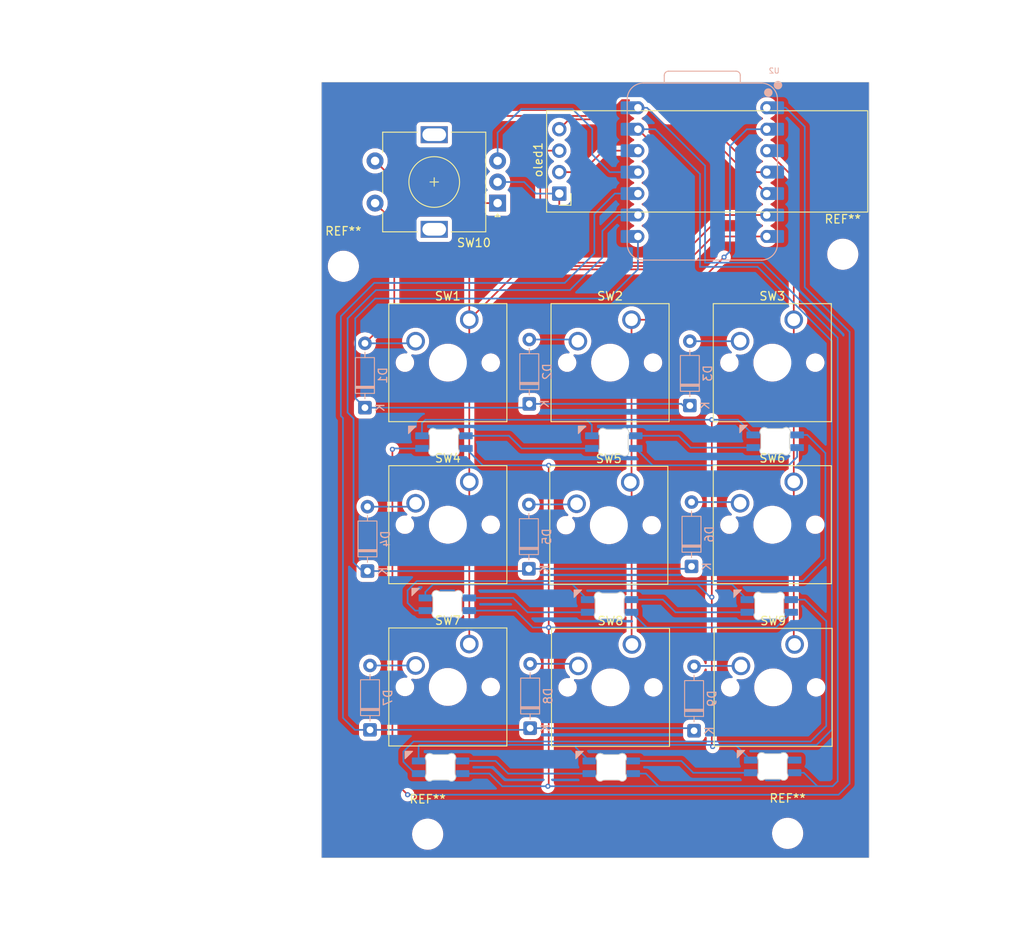
<source format=kicad_pcb>
(kicad_pcb (version 20241229) (generator "pcbnew") (generator_version "9.0")
  (layers (0 "F.Cu" signal) (2 "B.Cu" signal) (13 "F.Paste" user) (15 "B.Paste" user) (5 "F.SilkS" user "F.Silkscreen") (7 "B.SilkS" user "B.Silkscreen") (1 "F.Mask" user) (3 "B.Mask" user) (25 "Edge.Cuts" user))
  (net 0 "")
  (net 1 "/gnd")
  (net 2 "/led_data")
  (net 3 "/row1")
  (net 4 "/row2")
  (net 5 "/row3")
  (net 6 "Net-(D5-A)")
  (net 7 "Net-(D6-A)")
  (net 8 "Net-(D7-A)")
  (net 9 "Net-(D8-A)")
  (net 10 "Net-(D9-A)")
  (net 11 "/<NO NET>")
  (net 12 "/sda")
  (net 13 "/vcc")
  (net 14 "/col3")
  (net 15 "/col1")
  (net 16 "/col2")
  (net 17 "Net-(l2-DOUT)")
  (net 18 "Net-(l3-DOUT)")
  (net 19 "Net-(l4-DOUT)")
  (net 20 "Net-(U2-GPIO3{slash}MOSI)")
  (net 21 "Net-(l6-DOUT)")
  (net 22 "Net-(l7-DOUT)")
  (net 23 "Net-(U2-GPIO29{slash}ADC3{slash}A3)")
  (net 24 "Net-(D1-A)")
  (net 25 "Net-(D2-A)")
  (net 26 "Net-(D3-A)")
  (net 27 "Net-(D4-A)")
  (net 28 "Net-(l1-DOUT)")
  (net 29 "Net-(l8-DOUT)")
  (net 30 "Net-(U2-VBUS)")
  (net 31 "Net-(l5-DOUT)")
  (footprint "Rotary_Encoder:RotaryEncoder_Alps_EC11E-Switch_Vertical_H20mm" (layer "F.Cu") (at 111.95 82.95 180)
    (property "Reference" "SW10")
    (property "Value" "RotaryEncoder_Switch")
  )
  (footprint "MountingHole:MountingHole_3.2mm_M3" (layer "F.Cu") (at 146.275 157.575)
    (property "Reference" "REF**")
    (property "Value" "MountingHole_3.2mm_M3")
  )
  (footprint "Hackclub Footprints:MX_SK6812MINI-E_REV" (layer "F.Cu") (at 125.4 144.67)
    (property "Reference" "l8" (hide yes))
    (property "Value" "SK6812MINI-E")
    (fp_line (start -1.699999 5.782842) (end -1.699999 4.377158) (stroke (width 0.1)) (layer "Edge.Cuts"))
    (fp_line (start -0.794452 3.58) (end 0.794452 3.58) (stroke (width 0.1)) (layer "Edge.Cuts"))
    (fp_line (start 0.794452 6.579999) (end -0.794453 6.579999) (stroke (width 0.1)) (layer "Edge.Cuts"))
    (fp_line (start 1.699999 4.377158) (end 1.699999 5.782842) (stroke (width 0.1)) (layer "Edge.Cuts"))
    (fp_arc (start -1.749484 4.16028) (mid -1.712527 4.265932) (end -1.699999 4.377158) (stroke (width 0.1)) (layer "Edge.Cuts"))
    (fp_arc (start -1.749484 4.160281) (mid -1.638072 3.575965) (end -1.046711 3.511701) (stroke (width 0.1)) (layer "Edge.Cuts"))
    (fp_arc (start -1.699999 5.782843) (mid -1.712527 5.894068) (end -1.749484 5.99972) (stroke (width 0.1)) (layer "Edge.Cuts"))
    (fp_arc (start -1.046711 6.648298) (mid -1.638071 6.584034) (end -1.749484 5.99972) (stroke (width 0.1)) (layer "Edge.Cuts"))
    (fp_arc (start -1.046711 6.648298) (mid -0.925123 6.597376) (end -0.794453 6.579999) (stroke (width 0.1)) (layer "Edge.Cuts"))
    (fp_arc (start -0.794452 3.58) (mid -0.925123 3.562623) (end -1.046711 3.511701) (stroke (width 0.1)) (layer "Edge.Cuts"))
    (fp_arc (start 0.794453 6.58) (mid 0.925123 6.597377) (end 1.046711 6.648299) (stroke (width 0.1)) (layer "Edge.Cuts"))
    (fp_arc (start 1.04671 3.511701) (mid 0.925122 3.562623) (end 0.794452 3.58) (stroke (width 0.1)) (layer "Edge.Cuts"))
    (fp_arc (start 1.046711 3.511703) (mid 1.63807 3.575966) (end 1.749484 4.16028) (stroke (width 0.1)) (layer "Edge.Cuts"))
    (fp_arc (start 1.699999 4.377157) (mid 1.712527 4.265932) (end 1.749484 4.16028) (stroke (width 0.1)) (layer "Edge.Cuts"))
    (fp_arc (start 1.749484 5.99972) (mid 1.638071 6.584035) (end 1.046711 6.648299) (stroke (width 0.1)) (layer "Edge.Cuts"))
    (fp_arc (start 1.749484 5.99972) (mid 1.712527 5.894068) (end 1.699999 5.782842) (stroke (width 0.1)) (layer "Edge.Cuts"))
  )
  (footprint "Button_Switch_Keyboard:SW_Cherry_MX_1.00u_PCB" (layer "F.Cu") (at 147.1 135.21)
    (property "Reference" "SW9")
    (property "Value" "SW_Push")
  )
  (footprint "Hackclub Footprints:MX_SK6812MINI-E_REV" (layer "F.Cu") (at 105.2 144.67)
    (property "Reference" "l7" (hide yes))
    (property "Value" "SK6812MINI-E")
    (fp_line (start -1.699999 5.782842) (end -1.699999 4.377158) (stroke (width 0.1)) (layer "Edge.Cuts"))
    (fp_line (start -0.794452 3.58) (end 0.794452 3.58) (stroke (width 0.1)) (layer "Edge.Cuts"))
    (fp_line (start 0.794452 6.579999) (end -0.794453 6.579999) (stroke (width 0.1)) (layer "Edge.Cuts"))
    (fp_line (start 1.699999 4.377158) (end 1.699999 5.782842) (stroke (width 0.1)) (layer "Edge.Cuts"))
    (fp_arc (start -1.749484 4.16028) (mid -1.712527 4.265932) (end -1.699999 4.377158) (stroke (width 0.1)) (layer "Edge.Cuts"))
    (fp_arc (start -1.749484 4.160281) (mid -1.638072 3.575965) (end -1.046711 3.511701) (stroke (width 0.1)) (layer "Edge.Cuts"))
    (fp_arc (start -1.699999 5.782843) (mid -1.712527 5.894068) (end -1.749484 5.99972) (stroke (width 0.1)) (layer "Edge.Cuts"))
    (fp_arc (start -1.046711 6.648298) (mid -1.638071 6.584034) (end -1.749484 5.99972) (stroke (width 0.1)) (layer "Edge.Cuts"))
    (fp_arc (start -1.046711 6.648298) (mid -0.925123 6.597376) (end -0.794453 6.579999) (stroke (width 0.1)) (layer "Edge.Cuts"))
    (fp_arc (start -0.794452 3.58) (mid -0.925123 3.562623) (end -1.046711 3.511701) (stroke (width 0.1)) (layer "Edge.Cuts"))
    (fp_arc (start 0.794453 6.58) (mid 0.925123 6.597377) (end 1.046711 6.648299) (stroke (width 0.1)) (layer "Edge.Cuts"))
    (fp_arc (start 1.04671 3.511701) (mid 0.925122 3.562623) (end 0.794452 3.58) (stroke (width 0.1)) (layer "Edge.Cuts"))
    (fp_arc (start 1.046711 3.511703) (mid 1.63807 3.575966) (end 1.749484 4.16028) (stroke (width 0.1)) (layer "Edge.Cuts"))
    (fp_arc (start 1.699999 4.377157) (mid 1.712527 4.265932) (end 1.749484 4.16028) (stroke (width 0.1)) (layer "Edge.Cuts"))
    (fp_arc (start 1.749484 5.99972) (mid 1.638071 6.584035) (end 1.046711 6.648299) (stroke (width 0.1)) (layer "Edge.Cuts"))
    (fp_arc (start 1.749484 5.99972) (mid 1.712527 5.894068) (end 1.699999 5.782842) (stroke (width 0.1)) (layer "Edge.Cuts"))
  )
  (footprint "Hackclub Footprints:MX_SK6812MINI-E_REV" (layer "F.Cu") (at 125.2 125.57)
    (property "Reference" "l5" (hide yes))
    (property "Value" "SK6812MINI-E")
    (fp_line (start -1.699999 5.782842) (end -1.699999 4.377158) (stroke (width 0.1)) (layer "Edge.Cuts"))
    (fp_line (start -0.794452 3.58) (end 0.794452 3.58) (stroke (width 0.1)) (layer "Edge.Cuts"))
    (fp_line (start 0.794452 6.579999) (end -0.794453 6.579999) (stroke (width 0.1)) (layer "Edge.Cuts"))
    (fp_line (start 1.699999 4.377158) (end 1.699999 5.782842) (stroke (width 0.1)) (layer "Edge.Cuts"))
    (fp_arc (start -1.749484 4.16028) (mid -1.712527 4.265932) (end -1.699999 4.377158) (stroke (width 0.1)) (layer "Edge.Cuts"))
    (fp_arc (start -1.749484 4.160281) (mid -1.638072 3.575965) (end -1.046711 3.511701) (stroke (width 0.1)) (layer "Edge.Cuts"))
    (fp_arc (start -1.699999 5.782843) (mid -1.712527 5.894068) (end -1.749484 5.99972) (stroke (width 0.1)) (layer "Edge.Cuts"))
    (fp_arc (start -1.046711 6.648298) (mid -1.638071 6.584034) (end -1.749484 5.99972) (stroke (width 0.1)) (layer "Edge.Cuts"))
    (fp_arc (start -1.046711 6.648298) (mid -0.925123 6.597376) (end -0.794453 6.579999) (stroke (width 0.1)) (layer "Edge.Cuts"))
    (fp_arc (start -0.794452 3.58) (mid -0.925123 3.562623) (end -1.046711 3.511701) (stroke (width 0.1)) (layer "Edge.Cuts"))
    (fp_arc (start 0.794453 6.58) (mid 0.925123 6.597377) (end 1.046711 6.648299) (stroke (width 0.1)) (layer "Edge.Cuts"))
    (fp_arc (start 1.04671 3.511701) (mid 0.925122 3.562623) (end 0.794452 3.58) (stroke (width 0.1)) (layer "Edge.Cuts"))
    (fp_arc (start 1.046711 3.511703) (mid 1.63807 3.575966) (end 1.749484 4.16028) (stroke (width 0.1)) (layer "Edge.Cuts"))
    (fp_arc (start 1.699999 4.377157) (mid 1.712527 4.265932) (end 1.749484 4.16028) (stroke (width 0.1)) (layer "Edge.Cuts"))
    (fp_arc (start 1.749484 5.99972) (mid 1.638071 6.584035) (end 1.046711 6.648299) (stroke (width 0.1)) (layer "Edge.Cuts"))
    (fp_arc (start 1.749484 5.99972) (mid 1.712527 5.894068) (end 1.699999 5.782842) (stroke (width 0.1)) (layer "Edge.Cuts"))
  )
  (footprint "Button_Switch_Keyboard:SW_Cherry_MX_1.00u_PCB" (layer "F.Cu") (at 127.65 116.01)
    (property "Reference" "SW5")
    (property "Value" "SW_Push")
  )
  (footprint "Hackclub Footprints:MX_SK6812MINI-E_REV" (layer "F.Cu") (at 105.6 106.17)
    (property "Reference" "l1" (hide yes))
    (property "Value" "SK6812MINI-E")
    (fp_line (start -1.699999 5.782842) (end -1.699999 4.377158) (stroke (width 0.1)) (layer "Edge.Cuts"))
    (fp_line (start -0.794452 3.58) (end 0.794452 3.58) (stroke (width 0.1)) (layer "Edge.Cuts"))
    (fp_line (start 0.794452 6.579999) (end -0.794453 6.579999) (stroke (width 0.1)) (layer "Edge.Cuts"))
    (fp_line (start 1.699999 4.377158) (end 1.699999 5.782842) (stroke (width 0.1)) (layer "Edge.Cuts"))
    (fp_arc (start -1.749484 4.16028) (mid -1.712527 4.265932) (end -1.699999 4.377158) (stroke (width 0.1)) (layer "Edge.Cuts"))
    (fp_arc (start -1.749484 4.160281) (mid -1.638072 3.575965) (end -1.046711 3.511701) (stroke (width 0.1)) (layer "Edge.Cuts"))
    (fp_arc (start -1.699999 5.782843) (mid -1.712527 5.894068) (end -1.749484 5.99972) (stroke (width 0.1)) (layer "Edge.Cuts"))
    (fp_arc (start -1.046711 6.648298) (mid -1.638071 6.584034) (end -1.749484 5.99972) (stroke (width 0.1)) (layer "Edge.Cuts"))
    (fp_arc (start -1.046711 6.648298) (mid -0.925123 6.597376) (end -0.794453 6.579999) (stroke (width 0.1)) (layer "Edge.Cuts"))
    (fp_arc (start -0.794452 3.58) (mid -0.925123 3.562623) (end -1.046711 3.511701) (stroke (width 0.1)) (layer "Edge.Cuts"))
    (fp_arc (start 0.794453 6.58) (mid 0.925123 6.597377) (end 1.046711 6.648299) (stroke (width 0.1)) (layer "Edge.Cuts"))
    (fp_arc (start 1.04671 3.511701) (mid 0.925122 3.562623) (end 0.794452 3.58) (stroke (width 0.1)) (layer "Edge.Cuts"))
    (fp_arc (start 1.046711 3.511703) (mid 1.63807 3.575966) (end 1.749484 4.16028) (stroke (width 0.1)) (layer "Edge.Cuts"))
    (fp_arc (start 1.699999 4.377157) (mid 1.712527 4.265932) (end 1.749484 4.16028) (stroke (width 0.1)) (layer "Edge.Cuts"))
    (fp_arc (start 1.749484 5.99972) (mid 1.638071 6.584035) (end 1.046711 6.648299) (stroke (width 0.1)) (layer "Edge.Cuts"))
    (fp_arc (start 1.749484 5.99972) (mid 1.712527 5.894068) (end 1.699999 5.782842) (stroke (width 0.1)) (layer "Edge.Cuts"))
  )
  (footprint "Hackclub Footprints:MX_SK6812MINI-E_REV" (layer "F.Cu") (at 144.8 106.07)
    (property "Reference" "l3" (hide yes))
    (property "Value" "SK6812MINI-E")
    (fp_line (start -1.699999 5.782842) (end -1.699999 4.377158) (stroke (width 0.1)) (layer "Edge.Cuts"))
    (fp_line (start -0.794452 3.58) (end 0.794452 3.58) (stroke (width 0.1)) (layer "Edge.Cuts"))
    (fp_line (start 0.794452 6.579999) (end -0.794453 6.579999) (stroke (width 0.1)) (layer "Edge.Cuts"))
    (fp_line (start 1.699999 4.377158) (end 1.699999 5.782842) (stroke (width 0.1)) (layer "Edge.Cuts"))
    (fp_arc (start -1.749484 4.16028) (mid -1.712527 4.265932) (end -1.699999 4.377158) (stroke (width 0.1)) (layer "Edge.Cuts"))
    (fp_arc (start -1.749484 4.160281) (mid -1.638072 3.575965) (end -1.046711 3.511701) (stroke (width 0.1)) (layer "Edge.Cuts"))
    (fp_arc (start -1.699999 5.782843) (mid -1.712527 5.894068) (end -1.749484 5.99972) (stroke (width 0.1)) (layer "Edge.Cuts"))
    (fp_arc (start -1.046711 6.648298) (mid -1.638071 6.584034) (end -1.749484 5.99972) (stroke (width 0.1)) (layer "Edge.Cuts"))
    (fp_arc (start -1.046711 6.648298) (mid -0.925123 6.597376) (end -0.794453 6.579999) (stroke (width 0.1)) (layer "Edge.Cuts"))
    (fp_arc (start -0.794452 3.58) (mid -0.925123 3.562623) (end -1.046711 3.511701) (stroke (width 0.1)) (layer "Edge.Cuts"))
    (fp_arc (start 0.794453 6.58) (mid 0.925123 6.597377) (end 1.046711 6.648299) (stroke (width 0.1)) (layer "Edge.Cuts"))
    (fp_arc (start 1.04671 3.511701) (mid 0.925122 3.562623) (end 0.794452 3.58) (stroke (width 0.1)) (layer "Edge.Cuts"))
    (fp_arc (start 1.046711 3.511703) (mid 1.63807 3.575966) (end 1.749484 4.16028) (stroke (width 0.1)) (layer "Edge.Cuts"))
    (fp_arc (start 1.699999 4.377157) (mid 1.712527 4.265932) (end 1.749484 4.16028) (stroke (width 0.1)) (layer "Edge.Cuts"))
    (fp_arc (start 1.749484 5.99972) (mid 1.638071 6.584035) (end 1.046711 6.648299) (stroke (width 0.1)) (layer "Edge.Cuts"))
    (fp_arc (start 1.749484 5.99972) (mid 1.712527 5.894068) (end 1.699999 5.782842) (stroke (width 0.1)) (layer "Edge.Cuts"))
  )
  (footprint "MountingHole:MountingHole_3.2mm_M3" (layer "F.Cu") (at 93.7 90.425)
    (property "Reference" "REF**")
    (property "Value" "MountingHole_3.2mm_M3")
  )
  (footprint "Button_Switch_Keyboard:SW_Cherry_MX_1.00u_PCB" (layer "F.Cu") (at 108.6 96.76)
    (property "Reference" "SW1")
    (property "Value" "SW_Push")
  )
  (footprint "Hackclub Footprints:MX_SK6812MINI-E_REV" (layer "F.Cu") (at 144.5 144.57)
    (property "Reference" "l9" (hide yes))
    (property "Value" "SK6812MINI-E")
    (fp_line (start -1.699999 5.782842) (end -1.699999 4.377158) (stroke (width 0.1)) (layer "Edge.Cuts"))
    (fp_line (start -0.794452 3.58) (end 0.794452 3.58) (stroke (width 0.1)) (layer "Edge.Cuts"))
    (fp_line (start 0.794452 6.579999) (end -0.794453 6.579999) (stroke (width 0.1)) (layer "Edge.Cuts"))
    (fp_line (start 1.699999 4.377158) (end 1.699999 5.782842) (stroke (width 0.1)) (layer "Edge.Cuts"))
    (fp_arc (start -1.749484 4.16028) (mid -1.712527 4.265932) (end -1.699999 4.377158) (stroke (width 0.1)) (layer "Edge.Cuts"))
    (fp_arc (start -1.749484 4.160281) (mid -1.638072 3.575965) (end -1.046711 3.511701) (stroke (width 0.1)) (layer "Edge.Cuts"))
    (fp_arc (start -1.699999 5.782843) (mid -1.712527 5.894068) (end -1.749484 5.99972) (stroke (width 0.1)) (layer "Edge.Cuts"))
    (fp_arc (start -1.046711 6.648298) (mid -1.638071 6.584034) (end -1.749484 5.99972) (stroke (width 0.1)) (layer "Edge.Cuts"))
    (fp_arc (start -1.046711 6.648298) (mid -0.925123 6.597376) (end -0.794453 6.579999) (stroke (width 0.1)) (layer "Edge.Cuts"))
    (fp_arc (start -0.794452 3.58) (mid -0.925123 3.562623) (end -1.046711 3.511701) (stroke (width 0.1)) (layer "Edge.Cuts"))
    (fp_arc (start 0.794453 6.58) (mid 0.925123 6.597377) (end 1.046711 6.648299) (stroke (width 0.1)) (layer "Edge.Cuts"))
    (fp_arc (start 1.04671 3.511701) (mid 0.925122 3.562623) (end 0.794452 3.58) (stroke (width 0.1)) (layer "Edge.Cuts"))
    (fp_arc (start 1.046711 3.511703) (mid 1.63807 3.575966) (end 1.749484 4.16028) (stroke (width 0.1)) (layer "Edge.Cuts"))
    (fp_arc (start 1.699999 4.377157) (mid 1.712527 4.265932) (end 1.749484 4.16028) (stroke (width 0.1)) (layer "Edge.Cuts"))
    (fp_arc (start 1.749484 5.99972) (mid 1.638071 6.584035) (end 1.046711 6.648299) (stroke (width 0.1)) (layer "Edge.Cuts"))
    (fp_arc (start 1.749484 5.99972) (mid 1.712527 5.894068) (end 1.699999 5.782842) (stroke (width 0.1)) (layer "Edge.Cuts"))
  )
  (footprint "MountingHole:MountingHole_3.2mm_M3" (layer "F.Cu") (at 152.8 89)
    (property "Reference" "REF**")
    (property "Value" "MountingHole_3.2mm_M3")
  )
  (footprint "Hackclub Footprints:OLED_0.91_128x32" (layer "F.Cu") (at 119.25 81.82 90)
    (property "Reference" "oled1")
    (property "Value" "Conn_01x04_Pin")
  )
  (footprint "Button_Switch_Keyboard:SW_Cherry_MX_1.00u_PCB" (layer "F.Cu") (at 127.8 96.76)
    (property "Reference" "SW2")
    (property "Value" "SW_Push")
  )
  (footprint "Hackclub Footprints:MX_SK6812MINI-E_REV" (layer "F.Cu") (at 144.1 125.57)
    (property "Reference" "l6" (hide yes))
    (property "Value" "SK6812MINI-E")
    (fp_line (start -1.699999 5.782842) (end -1.699999 4.377158) (stroke (width 0.1)) (layer "Edge.Cuts"))
    (fp_line (start -0.794452 3.58) (end 0.794452 3.58) (stroke (width 0.1)) (layer "Edge.Cuts"))
    (fp_line (start 0.794452 6.579999) (end -0.794453 6.579999) (stroke (width 0.1)) (layer "Edge.Cuts"))
    (fp_line (start 1.699999 4.377158) (end 1.699999 5.782842) (stroke (width 0.1)) (layer "Edge.Cuts"))
    (fp_arc (start -1.749484 4.16028) (mid -1.712527 4.265932) (end -1.699999 4.377158) (stroke (width 0.1)) (layer "Edge.Cuts"))
    (fp_arc (start -1.749484 4.160281) (mid -1.638072 3.575965) (end -1.046711 3.511701) (stroke (width 0.1)) (layer "Edge.Cuts"))
    (fp_arc (start -1.699999 5.782843) (mid -1.712527 5.894068) (end -1.749484 5.99972) (stroke (width 0.1)) (layer "Edge.Cuts"))
    (fp_arc (start -1.046711 6.648298) (mid -1.638071 6.584034) (end -1.749484 5.99972) (stroke (width 0.1)) (layer "Edge.Cuts"))
    (fp_arc (start -1.046711 6.648298) (mid -0.925123 6.597376) (end -0.794453 6.579999) (stroke (width 0.1)) (layer "Edge.Cuts"))
    (fp_arc (start -0.794452 3.58) (mid -0.925123 3.562623) (end -1.046711 3.511701) (stroke (width 0.1)) (layer "Edge.Cuts"))
    (fp_arc (start 0.794453 6.58) (mid 0.925123 6.597377) (end 1.046711 6.648299) (stroke (width 0.1)) (layer "Edge.Cuts"))
    (fp_arc (start 1.04671 3.511701) (mid 0.925122 3.562623) (end 0.794452 3.58) (stroke (width 0.1)) (layer "Edge.Cuts"))
    (fp_arc (start 1.046711 3.511703) (mid 1.63807 3.575966) (end 1.749484 4.16028) (stroke (width 0.1)) (layer "Edge.Cuts"))
    (fp_arc (start 1.699999 4.377157) (mid 1.712527 4.265932) (end 1.749484 4.16028) (stroke (width 0.1)) (layer "Edge.Cuts"))
    (fp_arc (start 1.749484 5.99972) (mid 1.638071 6.584035) (end 1.046711 6.648299) (stroke (width 0.1)) (layer "Edge.Cuts"))
    (fp_arc (start 1.749484 5.99972) (mid 1.712527 5.894068) (end 1.699999 5.782842) (stroke (width 0.1)) (layer "Edge.Cuts"))
  )
  (footprint "Button_Switch_Keyboard:SW_Cherry_MX_1.00u_PCB" (layer "F.Cu") (at 108.6 135.16)
    (property "Reference" "SW7")
    (property "Value" "SW_Push")
  )
  (footprint "Button_Switch_Keyboard:SW_Cherry_MX_1.00u_PCB" (layer "F.Cu") (at 147 115.95)
    (property "Reference" "SW6")
    (property "Value" "SW_Push")
  )
  (footprint "Button_Switch_Keyboard:SW_Cherry_MX_1.00u_PCB" (layer "F.Cu") (at 147 96.76)
    (property "Reference" "SW3")
    (property "Value" "SW_Push")
  )
  (footprint "Button_Switch_Keyboard:SW_Cherry_MX_1.00u_PCB" (layer "F.Cu") (at 108.6 115.95)
    (property "Reference" "SW4")
    (property "Value" "SW_Push")
  )
  (footprint "Button_Switch_Keyboard:SW_Cherry_MX_1.00u_PCB" (layer "F.Cu") (at 127.85 135.21)
    (property "Reference" "SW8")
    (property "Value" "SW_Push")
  )
  (footprint "Hackclub Footprints:MX_SK6812MINI-E_REV" (layer "F.Cu") (at 125.7 106.17)
    (property "Reference" "l2" (hide yes))
    (property "Value" "SK6812MINI-E")
    (fp_line (start -1.699999 5.782842) (end -1.699999 4.377158) (stroke (width 0.1)) (layer "Edge.Cuts"))
    (fp_line (start -0.794452 3.58) (end 0.794452 3.58) (stroke (width 0.1)) (layer "Edge.Cuts"))
    (fp_line (start 0.794452 6.579999) (end -0.794453 6.579999) (stroke (width 0.1)) (layer "Edge.Cuts"))
    (fp_line (start 1.699999 4.377158) (end 1.699999 5.782842) (stroke (width 0.1)) (layer "Edge.Cuts"))
    (fp_arc (start -1.749484 4.16028) (mid -1.712527 4.265932) (end -1.699999 4.377158) (stroke (width 0.1)) (layer "Edge.Cuts"))
    (fp_arc (start -1.749484 4.160281) (mid -1.638072 3.575965) (end -1.046711 3.511701) (stroke (width 0.1)) (layer "Edge.Cuts"))
    (fp_arc (start -1.699999 5.782843) (mid -1.712527 5.894068) (end -1.749484 5.99972) (stroke (width 0.1)) (layer "Edge.Cuts"))
    (fp_arc (start -1.046711 6.648298) (mid -1.638071 6.584034) (end -1.749484 5.99972) (stroke (width 0.1)) (layer "Edge.Cuts"))
    (fp_arc (start -1.046711 6.648298) (mid -0.925123 6.597376) (end -0.794453 6.579999) (stroke (width 0.1)) (layer "Edge.Cuts"))
    (fp_arc (start -0.794452 3.58) (mid -0.925123 3.562623) (end -1.046711 3.511701) (stroke (width 0.1)) (layer "Edge.Cuts"))
    (fp_arc (start 0.794453 6.58) (mid 0.925123 6.597377) (end 1.046711 6.648299) (stroke (width 0.1)) (layer "Edge.Cuts"))
    (fp_arc (start 1.04671 3.511701) (mid 0.925122 3.562623) (end 0.794452 3.58) (stroke (width 0.1)) (layer "Edge.Cuts"))
    (fp_arc (start 1.046711 3.511703) (mid 1.63807 3.575966) (end 1.749484 4.16028) (stroke (width 0.1)) (layer "Edge.Cuts"))
    (fp_arc (start 1.699999 4.377157) (mid 1.712527 4.265932) (end 1.749484 4.16028) (stroke (width 0.1)) (layer "Edge.Cuts"))
    (fp_arc (start 1.749484 5.99972) (mid 1.638071 6.584035) (end 1.046711 6.648299) (stroke (width 0.1)) (layer "Edge.Cuts"))
    (fp_arc (start 1.749484 5.99972) (mid 1.712527 5.894068) (end 1.699999 5.782842) (stroke (width 0.1)) (layer "Edge.Cuts"))
  )
  (footprint "Hackclub Footprints:MX_SK6812MINI-E_REV" (layer "F.Cu") (at 106 125.37)
    (property "Reference" "l4" (hide yes))
    (property "Value" "SK6812MINI-E")
    (fp_line (start -1.699999 5.782842) (end -1.699999 4.377158) (stroke (width 0.1)) (layer "Edge.Cuts"))
    (fp_line (start -0.794452 3.58) (end 0.794452 3.58) (stroke (width 0.1)) (layer "Edge.Cuts"))
    (fp_line (start 0.794452 6.579999) (end -0.794453 6.579999) (stroke (width 0.1)) (layer "Edge.Cuts"))
    (fp_line (start 1.699999 4.377158) (end 1.699999 5.782842) (stroke (width 0.1)) (layer "Edge.Cuts"))
    (fp_arc (start -1.749484 4.16028) (mid -1.712527 4.265932) (end -1.699999 4.377158) (stroke (width 0.1)) (layer "Edge.Cuts"))
    (fp_arc (start -1.749484 4.160281) (mid -1.638072 3.575965) (end -1.046711 3.511701) (stroke (width 0.1)) (layer "Edge.Cuts"))
    (fp_arc (start -1.699999 5.782843) (mid -1.712527 5.894068) (end -1.749484 5.99972) (stroke (width 0.1)) (layer "Edge.Cuts"))
    (fp_arc (start -1.046711 6.648298) (mid -1.638071 6.584034) (end -1.749484 5.99972) (stroke (width 0.1)) (layer "Edge.Cuts"))
    (fp_arc (start -1.046711 6.648298) (mid -0.925123 6.597376) (end -0.794453 6.579999) (stroke (width 0.1)) (layer "Edge.Cuts"))
    (fp_arc (start -0.794452 3.58) (mid -0.925123 3.562623) (end -1.046711 3.511701) (stroke (width 0.1)) (layer "Edge.Cuts"))
    (fp_arc (start 0.794453 6.58) (mid 0.925123 6.597377) (end 1.046711 6.648299) (stroke (width 0.1)) (layer "Edge.Cuts"))
    (fp_arc (start 1.04671 3.511701) (mid 0.925122 3.562623) (end 0.794452 3.58) (stroke (width 0.1)) (layer "Edge.Cuts"))
    (fp_arc (start 1.046711 3.511703) (mid 1.63807 3.575966) (end 1.749484 4.16028) (stroke (width 0.1)) (layer "Edge.Cuts"))
    (fp_arc (start 1.699999 4.377157) (mid 1.712527 4.265932) (end 1.749484 4.16028) (stroke (width 0.1)) (layer "Edge.Cuts"))
    (fp_arc (start 1.749484 5.99972) (mid 1.638071 6.584035) (end 1.046711 6.648299) (stroke (width 0.1)) (layer "Edge.Cuts"))
    (fp_arc (start 1.749484 5.99972) (mid 1.712527 5.894068) (end 1.699999 5.782842) (stroke (width 0.1)) (layer "Edge.Cuts"))
  )
  (footprint "MountingHole:MountingHole_3.2mm_M3" (layer "F.Cu") (at 103.675 157.675)
    (property "Reference" "REF**")
    (property "Value" "MountingHole_3.2mm_M3")
  )
  (footprint "Diode_THT:D_DO-35_SOD27_P7.62mm_Horizontal" (layer "B.Cu") (at 134.7 106.92 90)
    (property "Reference" "D3")
    (property "Value" "1N4148")
  )
  (footprint "Hackclub Footprints:XIAO-RP2040-DIP" (layer "B.Cu") (at 136.18 79.28 180)
    (property "Reference" "U2")
    (property "Value" "XIAO-RP2040-DIP")
  )
  (footprint "Diode_THT:D_DO-35_SOD27_P7.62mm_Horizontal" (layer "B.Cu") (at 96.55 126.52 90)
    (property "Reference" "D4")
    (property "Value" "1N4148")
  )
  (footprint "Diode_THT:D_DO-35_SOD27_P7.62mm_Horizontal" (layer "B.Cu") (at 96.85 145.32 90)
    (property "Reference" "D7")
    (property "Value" "1N4148")
  )
  (footprint "Diode_THT:D_DO-35_SOD27_P7.62mm_Horizontal" (layer "B.Cu") (at 134.9 125.97 90)
    (property "Reference" "D6")
    (property "Value" "1N4148")
  )
  (footprint "Diode_THT:D_DO-35_SOD27_P7.62mm_Horizontal" (layer "B.Cu") (at 96.25 107.17 90)
    (property "Reference" "D1")
    (property "Value" "1N4148")
  )
  (footprint "Diode_THT:D_DO-35_SOD27_P7.62mm_Horizontal" (layer "B.Cu") (at 115.8 145.12 90)
    (property "Reference" "D8")
    (property "Value" "1N4148")
  )
  (footprint "Diode_THT:D_DO-35_SOD27_P7.62mm_Horizontal" (layer "B.Cu") (at 135.2 145.42 90)
    (property "Reference" "D9")
    (property "Value" "1N4148")
  )
  (footprint "Diode_THT:D_DO-35_SOD27_P7.62mm_Horizontal" (layer "B.Cu") (at 115.7 106.72 90)
    (property "Reference" "D2")
    (property "Value" "1N4148")
  )
  (footprint "Diode_THT:D_DO-35_SOD27_P7.62mm_Horizontal" (layer "B.Cu") (at 115.65 126.25 90)
    (property "Reference" "D5")
    (property "Value" "1N4148")
  )
  (gr_rect (start 91.1125 68.625) (end 155.9125 160.475) (stroke (width 0.05)) (fill no) (layer "Edge.Cuts"))
  (segment (start 137.3 129.5) (end 137.3 147.199) (width 0.2) (layer "F.Cu") (net 1))
  (segment (start 137.3 147.199) (end 137.4 147.299) (width 0.2) (layer "F.Cu") (net 1))
  (segment (start 132.3349 89.998) (end 133.66645 88.66645) (width 0.2) (layer "F.Cu") (net 1))
  (segment (start 133.66645 88.66645) (end 133.66645 79.30645) (width 0.2) (layer "F.Cu") (net 1))
  (segment (start 137.3 108.6) (end 137.3 129.5) (width 0.2) (layer "F.Cu") (net 1))
  (segment (start 119.25 81.82) (end 119.25 87.85) (width 0.2) (layer "F.Cu") (net 1))
  (segment (start 121.398 89.998) (end 132.3349 89.998) (width 0.2) (layer "F.Cu") (net 1))
  (segment (start 133.66645 79.30645) (end 128.84355 74.48355) (width 0.2) (layer "F.Cu") (net 1))
  (segment (start 119.25 87.85) (end 121.398 89.998) (width 0.2) (layer "F.Cu") (net 1))
  (via (at 137.3 108.6) (size 0.6) (drill 0.3) (layers "F.Cu" "B.Cu") (net 1))
  (via (at 137.4 147.299) (size 0.6) (drill 0.3) (layers "F.Cu" "B.Cu") (net 1))
  (via (at 137.3 129.6) (size 0.6) (drill 0.3) (layers "F.Cu" "B.Cu") (net 1))
  (segment (start 116.47 81.82) (end 119.25 81.82) (width 0.2) (layer "B.Cu") (net 1))
  (segment (start 142.721314 90.5) (end 135.9 90.5) (width 0.2) (layer "B.Cu") (net 1))
  (segment (start 120.8 128.1) (end 135.6 128.1) (width 0.2) (layer "B.Cu") (net 1))
  (segment (start 103 109) (end 103.4 108.6) (width 0.2) (layer "B.Cu") (net 1))
  (segment (start 111.95 80.45) (end 115.1 80.45) (width 0.2) (layer "B.Cu") (net 1))
  (segment (start 103.4 108.6) (end 122.5 108.6) (width 0.2) (layer "B.Cu") (net 1))
  (segment (start 122.5 108.6) (end 137.3 108.6) (width 0.2) (layer "B.Cu") (net 1))
  (segment (start 121.2 147.1) (end 140.1 147.1) (width 0.2) (layer "B.Cu") (net 1))
  (segment (start 115.1 80.45) (end 116.47 81.82) (width 0.2) (layer "B.Cu") (net 1))
  (segment (start 123.1 110.5) (end 123.1 109.2) (width 0.2) (layer "B.Cu") (net 1))
  (segment (start 135.9 90.5) (end 135.9 79.5) (width 0.2) (layer "B.Cu") (net 1))
  (segment (start 135.6 128.1) (end 137.1 129.6) (width 0.2) (layer "B.Cu") (net 1))
  (segment (start 123.1 109.2) (end 122.5 108.6) (width 0.2) (layer "B.Cu") (net 1))
  (segment (start 151.5 99.278686) (end 142.721314 90.5) (width 0.2) (layer "B.Cu") (net 1))
  (segment (start 141.9 148.9) (end 140.1 147.1) (width 0.2) (layer "B.Cu") (net 1))
  (segment (start 130.6 74.2) (end 128.56 74.2) (width 0.2) (layer "B.Cu") (net 1))
  (segment (start 102.6 149) (end 102.6 147.2) (width 0.2) (layer "B.Cu") (net 1))
  (segment (start 121.2 147.4) (end 121.2 147.1) (width 0.2) (layer "B.Cu") (net 1))
  (segment (start 151.5 145.3) (end 151.5 99.278686) (width 0.2) (layer "B.Cu") (net 1))
  (segment (start 140.1 147.1) (end 149.7 147.1) (width 0.2) (layer "B.Cu") (net 1))
  (segment (start 122.8 149) (end 121.2 147.4) (width 0.2) (layer "B.Cu") (net 1))
  (segment (start 103.4 129) (end 104.3 128.1) (width 0.2) (layer "B.Cu") (net 1))
  (segment (start 149.7 147.1) (end 151.5 145.3) (width 0.2) (layer "B.Cu") (net 1))
  (segment (start 122.6 129.9) (end 120.8 128.1) (width 0.2) (layer "B.Cu") (net 1))
  (segment (start 102.7 147.1) (end 121.2 147.1) (width 0.2) (layer "B.Cu") (net 1))
  (segment (start 139.7 128.1) (end 141.5 129.9) (width 0.2) (layer "B.Cu") (net 1))
  (segment (start 140.4 108.6) (end 142.2 110.4) (width 0.2) (layer "B.Cu") (net 1))
  (segment (start 137.1 129.6) (end 137.3 129.6) (width 0.2) (layer "B.Cu") (net 1))
  (segment (start 103.4 129.7) (end 103.4 129) (width 0.2) (layer "B.Cu") (net 1))
  (segment (start 102.6 147.2) (end 102.7 147.1) (width 0.2) (layer "B.Cu") (net 1))
  (segment (start 135.6 128.1) (end 139.7 128.1) (width 0.2) (layer "B.Cu") (net 1))
  (segment (start 137.3 108.6) (end 140.4 108.6) (width 0.2) (layer "B.Cu") (net 1))
  (segment (start 104.3 128.1) (end 120.8 128.1) (width 0.2) (layer "B.Cu") (net 1))
  (segment (start 103 110.5) (end 103 109) (width 0.2) (layer "B.Cu") (net 1))
  (segment (start 135.9 79.5) (end 130.6 74.2) (width 0.2) (layer "B.Cu") (net 1))
  (segment (start 99.5 151.2) (end 101.3 153) (width 0.2) (layer "F.Cu") (net 2))
  (segment (start 99.5 112.1) (end 99.5 151.2) (width 0.2) (layer "F.Cu") (net 2))
  (via (at 101.3 153) (size 0.6) (drill 0.3) (layers "F.Cu" "B.Cu") (net 2))
  (via (at 99.5 112.1) (size 0.6) (drill 0.3) (layers "F.Cu" "B.Cu") (net 2))
  (segment (start 148.3 74.1) (end 148.3 73.9) (width 0.2) (layer "B.Cu") (net 2))
  (segment (start 153.6 151.7) (end 153.6 98.2) (width 0.2) (layer "B.Cu") (net 2))
  (segment (start 153.6 98.2) (end 148.3 92.9) (width 0.2) (layer "B.Cu") (net 2))
  (segment (start 152.3 153) (end 153.6 151.7) (width 0.2) (layer "B.Cu") (net 2))
  (segment (start 101.3 153) (end 152.3 153) (width 0.2) (layer "B.Cu") (net 2))
  (segment (start 148.3 92.9) (end 148.3 74.1) (width 0.2) (layer "B.Cu") (net 2))
  (segment (start 99.6 112) (end 99.5 112.1) (width 0.2) (layer "B.Cu") (net 2))
  (segment (start 103 112) (end 99.6 112) (width 0.2) (layer "B.Cu") (net 2))
  (segment (start 146.06 71.66) (end 144.635 71.66) (width 0.2) (layer "B.Cu") (net 2))
  (segment (start 148.3 73.9) (end 146.06 71.66) (width 0.2) (layer "B.Cu") (net 2))
  (segment (start 95.1 106.02) (end 95.1 96.6) (width 0.2) (layer "B.Cu") (net 3))
  (segment (start 133.7 106.72) (end 133.9 106.92) (width 0.2) (layer "B.Cu") (net 3))
  (segment (start 96.25 107.17) (end 95.1 106.02) (width 0.2) (layer "B.Cu") (net 3))
  (segment (start 128.56 90.79) (end 128.56 86.9) (width 0.2) (layer "B.Cu") (net 3))
  (segment (start 133.9 106.92) (end 134.7 106.92) (width 0.2) (layer "B.Cu") (net 3))
  (segment (start 125.1 94.25) (end 128.56 90.79) (width 0.2) (layer "B.Cu") (net 3))
  (segment (start 96.25 107.17) (end 115.25 107.17) (width 0.2) (layer "B.Cu") (net 3))
  (segment (start 97.45 94.25) (end 125.1 94.25) (width 0.2) (layer "B.Cu") (net 3))
  (segment (start 115.7 106.72) (end 133.7 106.72) (width 0.2) (layer "B.Cu") (net 3))
  (segment (start 95.1 96.6) (end 97.45 94.25) (width 0.2) (layer "B.Cu") (net 3))
  (segment (start 95.92 126.52) (end 94.9 125.5) (width 0.2) (layer "B.Cu") (net 4))
  (segment (start 126.24 84.36) (end 127.725 84.36) (width 0.2) (layer "B.Cu") (net 4))
  (segment (start 115.65 126.25) (end 134.62 126.25) (width 0.2) (layer "B.Cu") (net 4))
  (segment (start 124.35 86.25) (end 126.24 84.36) (width 0.2) (layer "B.Cu") (net 4))
  (segment (start 120.5 93.25) (end 124.35 89.4) (width 0.2) (layer "B.Cu") (net 4))
  (segment (start 94.9 108.45) (end 94.2 107.75) (width 0.2) (layer "B.Cu") (net 4))
  (segment (start 124.35 89.4) (end 124.35 86.25) (width 0.2) (layer "B.Cu") (net 4))
  (segment (start 94.9 125.5) (end 94.9 108.45) (width 0.2) (layer "B.Cu") (net 4))
  (segment (start 96.55 126.52) (end 115.38 126.52) (width 0.2) (layer "B.Cu") (net 4))
  (segment (start 94.2 107.75) (end 94.2 96.6) (width 0.2) (layer "B.Cu") (net 4))
  (segment (start 94.2 96.6) (end 97.55 93.25) (width 0.2) (layer "B.Cu") (net 4))
  (segment (start 97.55 93.25) (end 120.5 93.25) (width 0.2) (layer "B.Cu") (net 4))
  (segment (start 123.4 88.9) (end 123.4 84.25) (width 0.2) (layer "B.Cu") (net 5))
  (segment (start 95.07 145.32) (end 93.65 143.9) (width 0.2) (layer "B.Cu") (net 5))
  (segment (start 125.83 81.82) (end 127.725 81.82) (width 0.2) (layer "B.Cu") (net 5))
  (segment (start 96.85 145.32) (end 115.6 145.32) (width 0.2) (layer "B.Cu") (net 5))
  (segment (start 93.4 108.15) (end 93.4 96.35) (width 0.2) (layer "B.Cu") (net 5))
  (segment (start 96.85 145.32) (end 95.07 145.32) (width 0.2) (layer "B.Cu") (net 5))
  (segment (start 93.65 108.4) (end 93.4 108.15) (width 0.2) (layer "B.Cu") (net 5))
  (segment (start 93.65 143.9) (end 93.65 108.4) (width 0.2) (layer "B.Cu") (net 5))
  (segment (start 115.8 145.12) (end 134.9 145.12) (width 0.2) (layer "B.Cu") (net 5))
  (segment (start 93.4 96.35) (end 97.35 92.4) (width 0.2) (layer "B.Cu") (net 5))
  (segment (start 119.9 92.4) (end 123.4 88.9) (width 0.2) (layer "B.Cu") (net 5))
  (segment (start 123.4 84.25) (end 125.83 81.82) (width 0.2) (layer "B.Cu") (net 5))
  (segment (start 97.35 92.4) (end 119.9 92.4) (width 0.2) (layer "B.Cu") (net 5))
  (segment (start 121.22 118.63) (end 121.3 118.55) (width 0.2) (layer "B.Cu") (net 6))
  (segment (start 115.65 118.63) (end 121.22 118.63) (width 0.2) (layer "B.Cu") (net 6))
  (segment (start 134.9 118.35) (end 140.51 118.35) (width 0.2) (layer "B.Cu") (net 7))
  (segment (start 140.51 118.35) (end 140.65 118.49) (width 0.2) (layer "B.Cu") (net 7))
  (segment (start 96.85 137.7) (end 102.25 137.7) (width 0.2) (layer "B.Cu") (net 8))
  (segment (start 115.8 137.5) (end 121.25 137.5) (width 0.2) (layer "B.Cu") (net 9))
  (segment (start 121.25 137.5) (end 121.5 137.75) (width 0.2) (layer "B.Cu") (net 9))
  (segment (start 140.75 137.75) (end 135.25 137.75) (width 0.2) (layer "B.Cu") (net 10))
  (segment (start 135.25 137.75) (end 135.2 137.8) (width 0.2) (layer "B.Cu") (net 10))
  (segment (start 117 86.6) (end 120.799 90.399) (width 0.2) (layer "F.Cu") (net 11))
  (segment (start 117 77.5) (end 117 86.6) (width 0.2) (layer "F.Cu") (net 11))
  (segment (start 119.25 76.74) (end 117.76 76.74) (width 0.2) (layer "F.Cu") (net 11))
  (segment (start 132.501 90.399) (end 138.54 84.36) (width 0.2) (layer "F.Cu") (net 11))
  (segment (start 138.54 84.36) (end 143.8 84.36) (width 0.2) (layer "F.Cu") (net 11))
  (segment (start 120.799 90.399) (end 132.501 90.399) (width 0.2) (layer "F.Cu") (net 11))
  (segment (start 117.76 76.74) (end 117 77.5) (width 0.2) (layer "F.Cu") (net 11))
  (segment (start 132.03 73.03125) (end 129.04875 70.05) (width 0.2) (layer "F.Cu") (net 12))
  (segment (start 135.01125 73.03125) (end 132.03 73.03125) (width 0.2) (layer "F.Cu") (net 12))
  (segment (start 120.41875 73.03125) (end 119.25 74.2) (width 0.2) (layer "F.Cu") (net 12))
  (segment (start 123.4 73.03125) (end 120.41875 73.03125) (width 0.2) (layer "F.Cu") (net 12))
  (segment (start 126.38125 70.05) (end 123.4 73.03125) (width 0.2) (layer "F.Cu") (net 12))
  (segment (start 129.04875 70.05) (end 126.38125 70.05) (width 0.2) (layer "F.Cu") (net 12))
  (segment (start 143.8 81.82) (end 135.01125 73.03125) (width 0.2) (layer "F.Cu") (net 12))
  (segment (start 119.25 79.28) (end 121.92 79.28) (width 0.2) (layer "F.Cu") (net 13))
  (segment (start 121.92 79.28) (end 124.46 76.74) (width 0.2) (layer "F.Cu") (net 13))
  (segment (start 124.46 76.74) (end 128.56 76.74) (width 0.2) (layer "F.Cu") (net 13))
  (segment (start 147 96.76) (end 147 79.94) (width 0.2) (layer "F.Cu") (net 14))
  (segment (start 147 79.94) (end 143.8 76.74) (width 0.2) (layer "F.Cu") (net 14))
  (segment (start 147 115.95) (end 147 135.11) (width 0.2) (layer "F.Cu") (net 14))
  (segment (start 147 96.75) (end 147 115.95) (width 0.2) (layer "F.Cu") (net 14))
  (segment (start 100.8 81.3) (end 97.45 77.95) (width 0.2) (layer "F.Cu") (net 15))
  (segment (start 108.6 115.95) (end 108.6 135.16) (width 0.2) (layer "F.Cu") (net 15))
  (segment (start 104.5 81.3) (end 100.8 81.3) (width 0.2) (layer "F.Cu") (net 15))
  (segment (start 108.6 85.4) (end 104.5 81.3) (width 0.2) (layer "F.Cu") (net 15))
  (segment (start 108.6 96.76) (end 108.6 115.95) (width 0.2) (layer "F.Cu") (net 15))
  (segment (start 114.56 90.8) (end 133.5 90.8) (width 0.2) (layer "F.Cu") (net 15))
  (segment (start 108.6 96.76) (end 114.56 90.8) (width 0.2) (layer "F.Cu") (net 15))
  (segment (start 137.4 86.9) (end 143.8 86.9) (width 0.2) (layer "F.Cu") (net 15))
  (segment (start 133.5 90.8) (end 137.4 86.9) (width 0.2) (layer "F.Cu") (net 15))
  (segment (start 108.6 96.76) (end 108.6 85.4) (width 0.2) (layer "F.Cu") (net 15))
  (segment (start 127.81 115.97) (end 127.81 135.17) (width 0.2) (layer "F.Cu") (net 16))
  (segment (start 127.8 96.76) (end 127.8 115.96) (width 0.2) (layer "F.Cu") (net 16))
  (segment (start 127.8 96.76) (end 131.34 96.76) (width 0.2) (layer "F.Cu") (net 16))
  (segment (start 131.34 96.76) (end 138.75 89.35) (width 0.2) (layer "F.Cu") (net 16))
  (via (at 138.75 89.35) (size 0.6) (drill 0.3) (layers "F.Cu" "B.Cu") (net 16))
  (segment (start 139.45 76.2) (end 141.45 74.2) (width 0.2) (layer "B.Cu") (net 16))
  (segment (start 138.75 89.35) (end 139.45 88.65) (width 0.2) (layer "B.Cu") (net 16))
  (segment (start 141.45 74.2) (end 143.8 74.2) (width 0.2) (layer "B.Cu") (net 16))
  (segment (start 139.45 88.65) (end 139.45 76.2) (width 0.2) (layer "B.Cu") (net 16))
  (segment (start 134.8 111.9) (end 142.2 111.9) (width 0.2) (layer "B.Cu") (net 17))
  (segment (start 128.3 110.5) (end 133.4 110.5) (width 0.2) (layer "B.Cu") (net 17))
  (segment (start 133.4 110.5) (end 134.8 111.9) (width 0.2) (layer "B.Cu") (net 17))
  (segment (start 148.1 127.7) (end 102.4 127.7) (width 0.2) (layer "B.Cu") (net 18))
  (segment (start 150.741 125.059) (end 148.1 127.7) (width 0.2) (layer "B.Cu") (net 18))
  (segment (start 148.6 110.4) (end 150.741 112.541) (width 0.2) (layer "B.Cu") (net 18))
  (segment (start 101.3 128.8) (end 101.3 130.3) (width 0.2) (layer "B.Cu") (net 18))
  (segment (start 147.4 110.4) (end 148.6 110.4) (width 0.2) (layer "B.Cu") (net 18))
  (segment (start 102.4 127.7) (end 101.3 128.8) (width 0.2) (layer "B.Cu") (net 18))
  (segment (start 150.741 112.541) (end 150.741 125.059) (width 0.2) (layer "B.Cu") (net 18))
  (segment (start 101.3 130.3) (end 102.2 131.2) (width 0.2) (layer "B.Cu") (net 18))
  (segment (start 102.2 131.2) (end 103.4 131.2) (width 0.2) (layer "B.Cu") (net 18))
  (segment (start 115.5 131.4) (end 122.6 131.4) (width 0.2) (layer "B.Cu") (net 19))
  (segment (start 108.6 129.7) (end 113.8 129.7) (width 0.2) (layer "B.Cu") (net 19))
  (segment (start 113.8 129.7) (end 115.5 131.4) (width 0.2) (layer "B.Cu") (net 19))
  (segment (start 111.95 74.6) (end 111.95 77.95) (width 0.2) (layer "B.Cu") (net 20))
  (segment (start 123.15 74.15) (end 120.8 71.8) (width 0.2) (layer "B.Cu") (net 20))
  (segment (start 123.15 77.2) (end 123.15 74.15) (width 0.2) (layer "B.Cu") (net 20))
  (segment (start 125.23 79.28) (end 123.15 77.2) (width 0.2) (layer "B.Cu") (net 20))
  (segment (start 120.8 71.8) (end 114.75 71.8) (width 0.2) (layer "B.Cu") (net 20))
  (segment (start 114.75 71.8) (end 111.95 74.6) (width 0.2) (layer "B.Cu") (net 20))
  (segment (start 128.56 79.28) (end 125.23 79.28) (width 0.2) (layer "B.Cu") (net 20))
  (segment (start 102.2 150.5) (end 102.6 150.5) (width 0.2) (layer "B.Cu") (net 21))
  (segment (start 146.7 129.9) (end 148.3 129.9) (width 0.2) (layer "B.Cu") (net 21))
  (segment (start 100.8 149.1) (end 102.2 150.5) (width 0.2) (layer "B.Cu") (net 21))
  (segment (start 100.8 147.9) (end 100.8 149.1) (width 0.2) (layer "B.Cu") (net 21))
  (segment (start 150.841 144.859) (end 149.001 146.699) (width 0.2) (layer "B.Cu") (net 21))
  (segment (start 148.3 129.9) (end 150.841 132.441) (width 0.2) (layer "B.Cu") (net 21))
  (segment (start 149.001 146.699) (end 102.001 146.699) (width 0.2) (layer "B.Cu") (net 21))
  (segment (start 102.001 146.699) (end 100.8 147.9) (width 0.2) (layer "B.Cu") (net 21))
  (segment (start 150.841 132.441) (end 150.841 144.859) (width 0.2) (layer "B.Cu") (net 21))
  (segment (start 107.8 149) (end 111.7 149) (width 0.2) (layer "B.Cu") (net 22))
  (segment (start 113.2 150.5) (end 122.8 150.5) (width 0.2) (layer "B.Cu") (net 22))
  (segment (start 111.7 149) (end 113.2 150.5) (width 0.2) (layer "B.Cu") (net 22))
  (segment (start 125.40725 69.649) (end 122.426 72.63025) (width 0.2) (layer "F.Cu") (net 23))
  (segment (start 107.7375 80.175) (end 110.5125 82.95) (width 0.2) (layer "F.Cu") (net 23))
  (segment (start 143.8 79.28) (end 142.56125 79.28) (width 0.2) (layer "F.Cu") (net 23))
  (segment (start 135.78895 72.5077) (end 132.07355 72.5077) (width 0.2) (layer "F.Cu") (net 23))
  (segment (start 132.07355 72.5077) (end 129.21485 69.649) (width 0.2) (layer "F.Cu") (net 23))
  (segment (start 107.7375 73.03125) (end 107.7375 80.175) (width 0.2) (layer "F.Cu") (net 23))
  (segment (start 142.56125 79.28) (end 135.78895 72.5077) (width 0.2) (layer "F.Cu") (net 23))
  (segment (start 110.5125 82.95) (end 111.95 82.95) (width 0.2) (layer "F.Cu") (net 23))
  (segment (start 129.21485 69.649) (end 125.40725 69.649) (width 0.2) (layer "F.Cu") (net 23))
  (segment (start 108.1385 72.63025) (end 107.7375 73.03125) (width 0.2) (layer "F.Cu") (net 23))
  (segment (start 122.426 72.63025) (end 108.1385 72.63025) (width 0.2) (layer "F.Cu") (net 23))
  (segment (start 99.725 96.075) (end 96.25 99.55) (width 0.2) (layer "F.Cu") (net 24))
  (segment (start 99.725 85.225) (end 99.725 96.075) (width 0.2) (layer "F.Cu") (net 24))
  (segment (start 97.45 82.95) (end 99.725 85.225) (width 0.2) (layer "F.Cu") (net 24))
  (segment (start 96.25 99.55) (end 102 99.55) (width 0.2) (layer "B.Cu") (net 24))
  (segment (start 102 99.55) (end 102.25 99.3) (width 0.2) (layer "B.Cu") (net 24))
  (segment (start 115.7 99.1) (end 121.25 99.1) (width 0.2) (layer "B.Cu") (net 25))
  (segment (start 121.25 99.1) (end 121.45 99.3) (width 0.2) (layer "B.Cu") (net 25))
  (segment (start 134.7 99.3) (end 140.65 99.3) (width 0.2) (layer "B.Cu") (net 26))
  (segment (start 96.55 118.9) (end 101.84 118.9) (width 0.2) (layer "B.Cu") (net 27))
  (segment (start 101.84 118.9) (end 102.25 118.49) (width 0.2) (layer "B.Cu") (net 27))
  (segment (start 114.8 112) (end 123.1 112) (width 0.2) (layer "B.Cu") (net 28))
  (segment (start 108.2 110.5) (end 113.3 110.5) (width 0.2) (layer "B.Cu") (net 28))
  (segment (start 113.3 110.5) (end 114.8 112) (width 0.2) (layer "B.Cu") (net 28))
  (segment (start 128 149) (end 133.7 149) (width 0.2) (layer "B.Cu") (net 29))
  (segment (start 133.7 149) (end 135.1 150.4) (width 0.2) (layer "B.Cu") (net 29))
  (segment (start 135.1 150.4) (end 141.9 150.4) (width 0.2) (layer "B.Cu") (net 29))
  (segment (start 118 114) (end 118 133.3) (width 0.2) (layer "F.Cu") (net 30))
  (segment (start 118 133.3) (end 118 151.9) (width 0.2) (layer "F.Cu") (net 30))
  (segment (start 118 133.3) (end 118 133.2) (width 0.2) (layer "F.Cu") (net 30))
  (segment (start 118 151.9) (end 117.9 152) (width 0.2) (layer "F.Cu") (net 30))
  (via (at 118 114) (size 0.6) (drill 0.3) (layers "F.Cu" "B.Cu") (net 30))
  (via (at 117.9 152) (size 0.6) (drill 0.3) (layers "F.Cu" "B.Cu") (net 30))
  (via (at 118 133.2) (size 0.6) (drill 0.3) (layers "F.Cu" "B.Cu") (net 30))
  (segment (start 149.8 152) (end 151.6 152) (width 0.2) (layer "B.Cu") (net 30))
  (segment (start 143.3 90) (end 136.5 90) (width 0.2) (layer "B.Cu") (net 30))
  (segment (start 136.5 78.52237) (end 129.63763 71.66) (width 0.2) (layer "B.Cu") (net 30))
  (segment (start 148.2 150.4) (end 149.8 152) (width 0.2) (layer "B.Cu") (net 30))
  (segment (start 130.3 114) (end 146.4 114) (width 0.2) (layer "B.Cu") (net 30))
  (segment (start 112.5 152) (end 117.9 152) (width 0.2) (layer "B.Cu") (net 30))
  (segment (start 129.5 150.5) (end 131 152) (width 0.2) (layer "B.Cu") (net 30))
  (segment (start 147.1 150.4) (end 148.2 150.4) (width 0.2) (layer "B.Cu") (net 30))
  (segment (start 144.9 133.2) (end 146.7 131.4) (width 0.2) (layer "B.Cu") (net 30))
  (segment (start 118 114) (end 130.3 114) (width 0.2) (layer "B.Cu") (net 30))
  (segment (start 108.6 131.2) (end 114.1 131.2) (width 0.2) (layer "B.Cu") (net 30))
  (segment (start 127.8 131.4) (end 129.6 133.2) (width 0.2) (layer "B.Cu") (net 30))
  (segment (start 129.6 133.2) (end 144.9 133.2) (width 0.2) (layer "B.Cu") (net 30))
  (segment (start 152.2 151.4) (end 152.2 98.9) (width 0.2) (layer "B.Cu") (net 30))
  (segment (start 117.9 152) (end 131 152) (width 0.2) (layer "B.Cu") (net 30))
  (segment (start 111 150.5) (end 112.5 152) (width 0.2) (layer "B.Cu") (net 30))
  (segment (start 131 152) (end 149.8 152) (width 0.2) (layer "B.Cu") (net 30))
  (segment (start 129.63763 71.66) (end 128.56 71.66) (width 0.2) (layer "B.Cu") (net 30))
  (segment (start 107.8 150.5) (end 111 150.5) (width 0.2) (layer "B.Cu") (net 30))
  (segment (start 146.4 114) (end 147.2 113.2) (width 0.2) (layer "B.Cu") (net 30))
  (segment (start 116.1 133.2) (end 129.6 133.2) (width 0.2) (layer "B.Cu") (net 30))
  (segment (start 136.5 90) (end 136.5 78.52237) (width 0.2) (layer "B.Cu") (net 30))
  (segment (start 108.2 112) (end 110.2 114) (width 0.2) (layer "B.Cu") (net 30))
  (segment (start 151.6 152) (end 152.2 151.4) (width 0.2) (layer "B.Cu") (net 30))
  (segment (start 114.1 131.2) (end 116.1 133.2) (width 0.2) (layer "B.Cu") (net 30))
  (segment (start 128.3 112) (end 130.3 114) (width 0.2) (layer "B.Cu") (net 30))
  (segment (start 110.2 114) (end 118 114) (width 0.2) (layer "B.Cu") (net 30))
  (segment (start 147.4 113) (end 147.4 111.9) (width 0.2) (layer "B.Cu") (net 30))
  (segment (start 152.2 98.9) (end 143.3 90) (width 0.2) (layer "B.Cu") (net 30))
  (segment (start 128 150.5) (end 129.5 150.5) (width 0.2) (layer "B.Cu") (net 30))
  (segment (start 147.2 113.2) (end 147.4 113) (width 0.2) (layer "B.Cu") (net 30))
  (segment (start 127.8 129.9) (end 131.5 129.9) (width 0.2) (layer "B.Cu") (net 31))
  (segment (start 133 131.4) (end 141.5 131.4) (width 0.2) (layer "B.Cu") (net 31))
  (segment (start 141.647193 131.418294) (end 141.8 131.571101) (width 0.2) (layer "B.Cu") (net 31))
  (segment (start 131.5 129.9) (end 133 131.4) (width 0.2) (layer "B.Cu") (net 31))
  (zone (net 0) (net_name "") (layers "F.Cu" "B.Cu") (connect_pads (clearance 0.5)) (min_thickness 0.25) (fill yes (thermal_gap 0.5) (thermal_bridge_width 0.5) (island_removal_mode 1) (island_area_min 10))
    (polygon (pts (xy 53.0625 58.9) (xy 53.0625 168.925) (xy 169.3375 168.7) (xy 174.2625 60.475)))
  )
)
</source>
